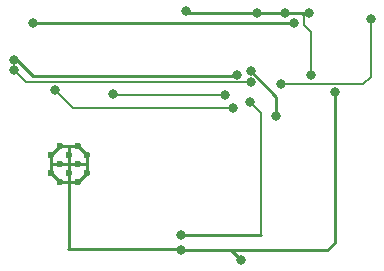
<source format=gbr>
%TF.GenerationSoftware,KiCad,Pcbnew,7.0.5*%
%TF.CreationDate,2023-07-07T22:00:18-05:00*%
%TF.ProjectId,leapsd,6c656170-7364-42e6-9b69-6361645f7063,rev?*%
%TF.SameCoordinates,Original*%
%TF.FileFunction,Copper,L2,Bot*%
%TF.FilePolarity,Positive*%
%FSLAX46Y46*%
G04 Gerber Fmt 4.6, Leading zero omitted, Abs format (unit mm)*
G04 Created by KiCad (PCBNEW 7.0.5) date 2023-07-07 22:00:18*
%MOMM*%
%LPD*%
G01*
G04 APERTURE LIST*
%TA.AperFunction,HeatsinkPad*%
%ADD10C,0.600000*%
%TD*%
%TA.AperFunction,ViaPad*%
%ADD11C,0.800000*%
%TD*%
%TA.AperFunction,Conductor*%
%ADD12C,0.200000*%
%TD*%
%TA.AperFunction,Conductor*%
%ADD13C,0.250000*%
%TD*%
G04 APERTURE END LIST*
D10*
%TO.P,ESP32,39*%
%TO.N,N/C*%
X173580632Y-57498471D03*
X173580632Y-55973471D03*
X172818132Y-58260971D03*
X172818132Y-56735971D03*
X172818132Y-55210971D03*
X172055632Y-57498471D03*
X172055632Y-55973471D03*
X171293132Y-58260971D03*
X171293132Y-56735971D03*
X171293132Y-55210971D03*
X170530632Y-57498471D03*
X170530632Y-55973471D03*
%TD*%
D11*
%TO.N,*%
X186000000Y-52000000D03*
X167410468Y-47997584D03*
X169000000Y-44800000D03*
X175799262Y-50854730D03*
X167459868Y-48834485D03*
X181583861Y-62750160D03*
X186625169Y-64875008D03*
X197624385Y-44459797D03*
X190406262Y-44000000D03*
X181583861Y-64041734D03*
X187500106Y-49792750D03*
X182000000Y-43800000D03*
X170905954Y-50495477D03*
X191100000Y-44800000D03*
X188000000Y-44000000D03*
X186289331Y-49251353D03*
X190000000Y-50000000D03*
X187390686Y-51488444D03*
X192400000Y-44000000D03*
X187482218Y-48904763D03*
X189628065Y-52665125D03*
X185282897Y-50894915D03*
X192541414Y-49209458D03*
X194559569Y-50629091D03*
%TD*%
D12*
%TO.N,*%
X191958122Y-44208318D02*
X191749804Y-44000000D01*
D13*
X169001790Y-49299575D02*
X186241109Y-49299575D01*
X194559569Y-63440431D02*
X194559569Y-50629091D01*
D12*
X190000000Y-50000000D02*
X197000000Y-50000000D01*
D13*
X172055632Y-56750587D02*
X172055632Y-57498471D01*
X184000000Y-44000000D02*
X182200000Y-44000000D01*
X173580632Y-57498471D02*
X173580632Y-56708924D01*
X171293132Y-55210971D02*
X170530632Y-55973471D01*
D12*
X188333380Y-52431138D02*
X187390686Y-51488444D01*
D13*
X172126202Y-55210971D02*
X171293132Y-55210971D01*
X186241109Y-49299575D02*
X186289331Y-49251353D01*
X181583861Y-64041734D02*
X185791895Y-64041734D01*
D12*
X187500106Y-49792750D02*
X168418133Y-49792750D01*
X168418133Y-49792750D02*
X167459868Y-48834485D01*
X192541414Y-49209458D02*
X192541414Y-45584717D01*
D13*
X172000000Y-64000000D02*
X181542127Y-64000000D01*
X182200000Y-44000000D02*
X182000000Y-43800000D01*
X170530632Y-56667260D02*
X170530632Y-57498471D01*
X172070248Y-56735971D02*
X172055632Y-56750587D01*
X181583861Y-62750160D02*
X188333380Y-62750160D01*
X172818132Y-56735971D02*
X173553585Y-56735971D01*
X172055632Y-55973471D02*
X172055632Y-56750587D01*
X193958266Y-64041734D02*
X194559569Y-63440431D01*
X172055632Y-55973471D02*
X172055632Y-55281541D01*
X169000000Y-44800000D02*
X178200000Y-44800000D01*
X192400000Y-44000000D02*
X191749804Y-44000000D01*
D12*
X175839447Y-50894915D02*
X175799262Y-50854730D01*
D13*
X186000000Y-44000000D02*
X184000000Y-44000000D01*
X189000000Y-44800000D02*
X191100000Y-44800000D01*
X185791895Y-64041734D02*
X193958266Y-64041734D01*
X181500534Y-44800000D02*
X188333380Y-44800000D01*
X187482218Y-48904763D02*
X189628065Y-51050610D01*
X178200000Y-44800000D02*
X181500534Y-44800000D01*
D12*
X197624385Y-49375615D02*
X197624385Y-44459797D01*
D13*
X172055632Y-55281541D02*
X172126202Y-55210971D01*
X167410468Y-47997584D02*
X167699799Y-47997584D01*
X190406262Y-44000000D02*
X188000000Y-44000000D01*
X172818132Y-55210971D02*
X172126202Y-55210971D01*
X170530632Y-55973471D02*
X170530632Y-56667260D01*
X188000000Y-44000000D02*
X186000000Y-44000000D01*
X170599343Y-56735971D02*
X170530632Y-56667260D01*
D12*
X186000000Y-52000000D02*
X172410477Y-52000000D01*
X172410477Y-52000000D02*
X170905954Y-50495477D01*
X192541414Y-45584717D02*
X191958122Y-45001425D01*
D13*
X172818132Y-58260971D02*
X172066122Y-58260971D01*
X173580632Y-55973471D02*
X172818132Y-55210971D01*
X173580632Y-56708924D02*
X173580632Y-55973471D01*
X170530632Y-57498471D02*
X171293132Y-58260971D01*
D12*
X197000000Y-50000000D02*
X197624385Y-49375615D01*
D13*
X171293132Y-56735971D02*
X170599343Y-56735971D01*
D12*
X191958122Y-45001425D02*
X191958122Y-44208318D01*
D13*
X172818132Y-58260971D02*
X173580632Y-57498471D01*
X172055632Y-57498471D02*
X172055632Y-58250481D01*
X172055632Y-63944368D02*
X172000000Y-64000000D01*
D12*
X188333380Y-62750160D02*
X188333380Y-52431138D01*
D13*
X185791895Y-64041734D02*
X186625169Y-64875008D01*
X167699799Y-47997584D02*
X169001790Y-49299575D01*
X181542127Y-64000000D02*
X181583861Y-64041734D01*
X188333380Y-44800000D02*
X189000000Y-44800000D01*
X172818132Y-56735971D02*
X172070248Y-56735971D01*
D12*
X185282897Y-50894915D02*
X175839447Y-50894915D01*
D13*
X173553585Y-56735971D02*
X173580632Y-56708924D01*
X171293132Y-58260971D02*
X172818132Y-58260971D01*
X189628065Y-51050610D02*
X189628065Y-52665125D01*
X171293132Y-56735971D02*
X172070248Y-56735971D01*
X172055632Y-58250481D02*
X172055632Y-63944368D01*
X172066122Y-58260971D02*
X172055632Y-58250481D01*
X191749804Y-44000000D02*
X190406262Y-44000000D01*
%TD*%
M02*

</source>
